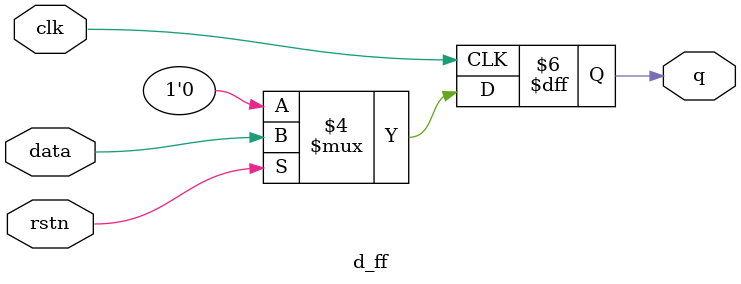
<source format=v>
module d_ff(clk, rstn, q, data);
  input clk, rstn, data;
  output reg q;
  
  always @ (posedge clk)
    begin
    if(!rstn)
      q<=0;
  else
    q<=data;
    end
endmodule
    
</source>
